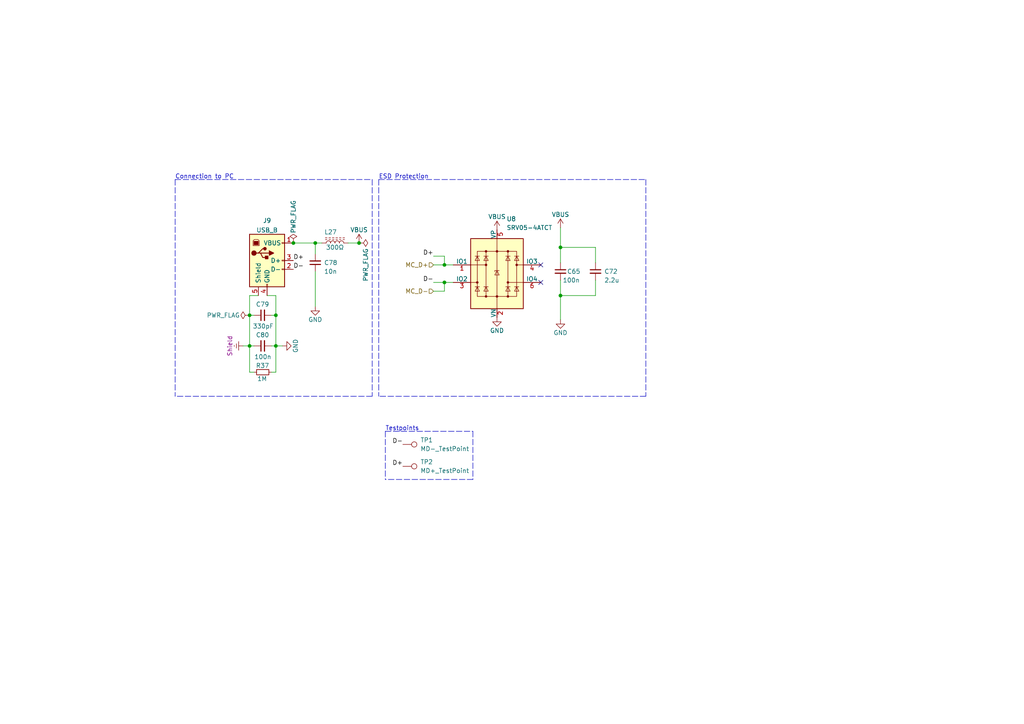
<source format=kicad_sch>
(kicad_sch (version 20211123) (generator eeschema)
  (paper "A4")
  (title_block (title "LumenPnP Motherboard") (date "2022-10-06") (rev "04A") (company "Opulo.io") (comment 1 "Reengineered by Magpie"))
  (lib_symbols
    (symbol "Connector:TestPoint" (pin_numbers hide) (pin_names (offset 0.762) hide)
      (property "Reference" "TP" (at 0 6.858 0))
      (property "Value" "TestPoint" (at 0 5.08 0))
      (symbol "TestPoint_0_1"
        (circle (center 0 3.302) (radius 0.762))
      )
      (symbol "TestPoint_1_1"
        (pin passive line (at 0 0 90) (length 2.54) (name "1") (number "1"))
      )
    )
    (symbol "Connector:USB_B" (pin_names (offset 1.016))
      (property "Reference" "J" (at -5.08 11.43 0))
      (property "Value" "USB_B" (at -5.08 8.89 0))
      (symbol "USB_B_0_1"
        (rectangle (start -5.08 -7.62) (end 5.08 7.62) (stroke (width 0.254)) (fill (type background)))
        (circle (center -3.81 2.159) (radius 0.635) (stroke (width 0.254)) (fill (type outline)))
        (rectangle (start -3.81 5.588) (end -2.54 4.572) (fill (type outline)))
        (circle (center -0.635 3.429) (radius 0.381) (stroke (width 0.254)) (fill (type outline)))
        (rectangle (start -0.127 -7.62) (end 0.127 -6.858))
        (polyline (pts (xy -1.905 2.159) (xy 0.635 2.159)) (stroke (width 0.254)))
        (polyline (pts (xy -3.175 2.159) (xy -2.54 2.159) (xy -1.27 3.429) (xy -0.635 3.429)) (stroke (width 0.254)))
        (polyline (pts (xy -2.54 2.159) (xy -1.905 2.159) (xy -1.27 0.889) (xy 0 0.889)) (stroke (width 0.254)))
        (polyline (pts (xy 0.635 2.794) (xy 0.635 1.524) (xy 1.905 2.159) (xy 0.635 2.794)) (stroke (width 0.254)) (fill (type outline)))
        (polyline (pts (xy -4.064 4.318) (xy -2.286 4.318) (xy -2.286 5.715) (xy -2.667 6.096) (xy -3.683 6.096) (xy -4.064 5.715) (xy -4.064 4.318)))
        (rectangle (start 0.254 1.27) (end -0.508 0.508) (stroke (width 0.254)) (fill (type outline)))
        (rectangle (start 5.08 -2.667) (end 4.318 -2.413))
        (rectangle (start 5.08 -0.127) (end 4.318 0.127))
        (rectangle (start 5.08 4.953) (end 4.318 5.207))
      )
      (symbol "USB_B_1_1"
        (pin power_out line (at 7.62 5.08 180) (length 2.54) (name "VBUS") (number "1"))
        (pin bidirectional line (at 7.62 -2.54 180) (length 2.54) (name "D-") (number "2"))
        (pin bidirectional line (at 7.62 0 180) (length 2.54) (name "D+") (number "3"))
        (pin passive line (at 0 -10.16 90) (length 2.54) (name "GND") (number "4"))
        (pin passive line (at -2.54 -10.16 90) (length 2.54) (name "Shield") (number "5"))
      )
    )
    (symbol "Device:300Ω" (pin_numbers hide) (pin_names (offset 1.016) hide)
      (property "Reference" "L?" (at 0 5.3635 90))
      (property "Value" "300Ω" (at 0 2.5884 90))
      (symbol "300Ω_0_1"
        (arc (start 0 -2.54) (mid 0.635 -1.905) (end 0 -1.27))
        (arc (start 0 -1.27) (mid 0.635 -0.635) (end 0 0))
        (polyline (pts (xy 1.016 -2.794) (xy 1.016 -2.286)))
        (polyline (pts (xy 1.016 -1.778) (xy 1.016 -1.27)))
        (polyline (pts (xy 1.016 -0.762) (xy 1.016 -0.254)))
        (polyline (pts (xy 1.016 0.254) (xy 1.016 0.762)))
        (polyline (pts (xy 1.016 1.27) (xy 1.016 1.778)))
        (polyline (pts (xy 1.016 2.286) (xy 1.016 2.794)))
        (polyline (pts (xy 1.524 -2.286) (xy 1.524 -2.794)))
        (polyline (pts (xy 1.524 -1.27) (xy 1.524 -1.778)))
        (polyline (pts (xy 1.524 -0.254) (xy 1.524 -0.762)))
        (polyline (pts (xy 1.524 0.762) (xy 1.524 0.254)))
        (polyline (pts (xy 1.524 1.778) (xy 1.524 1.27)))
        (polyline (pts (xy 1.524 2.794) (xy 1.524 2.286)))
        (arc (start 0 0) (mid 0.635 0.635) (end 0 1.27))
        (arc (start 0 1.27) (mid 0.635 1.905) (end 0 2.54))
      )
      (symbol "300Ω_1_1"
        (pin passive line (at 0 3.81 270) (length 1.27) (name "1") (number "1"))
        (pin passive line (at 0 -3.81 90) (length 1.27) (name "2") (number "2"))
      )
    )
    (symbol "Device:C_Small" (pin_numbers hide) (pin_names (offset 0.254) hide)
      (property "Reference" "C" (at 0.254 1.778 0))
      (property "Value" "C_Small" (at 0.254 -2.032 0))
      (symbol "C_Small_0_1"
        (polyline (pts (xy -1.524 -0.508) (xy 1.524 -0.508)) (stroke (width 0.3302)))
        (polyline (pts (xy -1.524 0.508) (xy 1.524 0.508)) (stroke (width 0.3048)))
      )
      (symbol "C_Small_1_1"
        (pin passive line (at 0 2.54 270) (length 2.032) (name "~") (number "1"))
        (pin passive line (at 0 -2.54 90) (length 2.032) (name "~") (number "2"))
      )
    )
    (symbol "Device:R_Small" (pin_numbers hide) (pin_names (offset 0.254) hide)
      (property "Reference" "R" (at 0.762 0.508 0))
      (property "Value" "R_Small" (at 0.762 -1.016 0))
      (symbol "R_Small_0_1"
        (rectangle (start -0.762 1.778) (end 0.762 -1.778) (stroke (width 0.2032)))
      )
      (symbol "R_Small_1_1"
        (pin passive line (at 0 2.54 270) (length 0.762) (name "~") (number "1"))
        (pin passive line (at 0 -2.54 90) (length 0.762) (name "~") (number "2"))
      )
    )
    (symbol "PWR_FLAG_1" (power) (pin_numbers hide) (pin_names (offset 0) hide)
      (property "Value" "PWR_FLAG_1" (at 0 7.62 90))
      (symbol "PWR_FLAG_1_0_0"
        (pin power_in line (at 0 0 90) (length 0) (name "pwr") (number "1"))
      )
      (symbol "PWR_FLAG_1_0_1"
        (polyline (pts (xy 0 0) (xy 0 1.27) (xy -1.016 1.905) (xy 0 2.54) (xy 1.016 1.905) (xy 0 1.27)))
      )
    )
    (symbol "Power_Protection:SRV05-4" (pin_names (offset 0))
      (property "Reference" "U" (at -5.08 11.43 0))
      (property "Value" "SRV05-4" (at 2.54 11.43 0))
      (symbol "SRV05-4_0_0"
        (rectangle (start -5.715 6.477) (end 5.715 -6.604))
        (polyline (pts (xy -3.175 -6.604) (xy -3.175 6.477)))
        (polyline (pts (xy 3.175 6.477) (xy 3.175 -6.604)))
      )
      (symbol "SRV05-4_0_1"
        (rectangle (start -7.62 10.16) (end 7.62 -10.16) (stroke (width 0.254)) (fill (type background)))
        (circle (center -5.715 -2.54) (radius 0.2794) (fill (type outline)))
        (circle (center -3.175 -6.604) (radius 0.2794) (fill (type outline)))
        (circle (center -3.175 2.54) (radius 0.2794) (fill (type outline)))
        (circle (center -3.175 6.477) (radius 0.2794) (fill (type outline)))
        (circle (center 0 -6.604) (radius 0.2794) (fill (type outline)))
        (polyline (pts (xy -7.747 2.54) (xy -3.175 2.54)))
        (polyline (pts (xy -7.62 -2.54) (xy -5.715 -2.54)))
        (polyline (pts (xy -5.08 -3.81) (xy -6.35 -3.81)))
        (polyline (pts (xy -5.08 5.08) (xy -6.35 5.08)))
        (polyline (pts (xy -2.54 -3.81) (xy -3.81 -3.81)))
        (polyline (pts (xy -2.54 5.08) (xy -3.81 5.08)))
        (polyline (pts (xy 0 10.16) (xy 0 -10.16)))
        (polyline (pts (xy 3.81 -3.81) (xy 2.54 -3.81)))
        (polyline (pts (xy 3.81 5.08) (xy 2.54 5.08)))
        (polyline (pts (xy 6.35 -3.81) (xy 5.08 -3.81)))
        (polyline (pts (xy 6.35 5.08) (xy 5.08 5.08)))
        (polyline (pts (xy 7.62 -2.54) (xy 3.175 -2.54)))
        (polyline (pts (xy 7.62 2.54) (xy 5.715 2.54)))
        (polyline (pts (xy 0.635 0.889) (xy -0.635 0.889) (xy -0.635 0.635)))
        (polyline (pts (xy -5.08 -5.08) (xy -6.35 -5.08) (xy -5.715 -3.81) (xy -5.08 -5.08)))
        (polyline (pts (xy -5.08 3.81) (xy -6.35 3.81) (xy -5.715 5.08) (xy -5.08 3.81)))
        (polyline (pts (xy -2.54 -5.08) (xy -3.81 -5.08) (xy -3.175 -3.81) (xy -2.54 -5.08)))
        (polyline (pts (xy -2.54 3.81) (xy -3.81 3.81) (xy -3.175 5.08) (xy -2.54 3.81)))
        (polyline (pts (xy 0.635 -0.381) (xy -0.635 -0.381) (xy 0 0.889) (xy 0.635 -0.381)))
        (polyline (pts (xy 3.81 -5.08) (xy 2.54 -5.08) (xy 3.175 -3.81) (xy 3.81 -5.08)))
        (polyline (pts (xy 3.81 3.81) (xy 2.54 3.81) (xy 3.175 5.08) (xy 3.81 3.81)))
        (polyline (pts (xy 6.35 -5.08) (xy 5.08 -5.08) (xy 5.715 -3.81) (xy 6.35 -5.08)))
        (polyline (pts (xy 6.35 3.81) (xy 5.08 3.81) (xy 5.715 5.08) (xy 6.35 3.81)))
        (circle (center 0 6.477) (radius 0.2794) (fill (type outline)))
        (circle (center 3.175 -6.604) (radius 0.2794) (fill (type outline)))
        (circle (center 3.175 -2.54) (radius 0.2794) (fill (type outline)))
        (circle (center 3.175 6.477) (radius 0.2794) (fill (type outline)))
        (circle (center 5.715 2.54) (radius 0.2794) (fill (type outline)))
      )
      (symbol "SRV05-4_1_1"
        (pin passive line (at -12.7 2.54 0) (length 5.08) (name "IO1") (number "1"))
        (pin passive line (at 0 -12.7 90) (length 2.54) (name "VN") (number "2"))
        (pin passive line (at -12.7 -2.54 0) (length 5.08) (name "IO2") (number "3"))
        (pin passive line (at 12.7 2.54 180) (length 5.08) (name "IO3") (number "4"))
        (pin passive line (at 0 12.7 270) (length 2.54) (name "VP") (number "5"))
        (pin passive line (at 12.7 -2.54 180) (length 5.08) (name "IO4") (number "6"))
      )
    )
    (symbol "power:Earth" (power) (pin_names (offset 0))
      (symbol "Earth_0_1"
        (polyline (pts (xy -0.635 -1.905) (xy 0.635 -1.905)))
        (polyline (pts (xy -0.127 -2.54) (xy 0.127 -2.54)))
        (polyline (pts (xy 0 -1.27) (xy 0 0)))
        (polyline (pts (xy 1.27 -1.27) (xy -1.27 -1.27)))
      )
      (symbol "Earth_1_1"
        (pin power_in line (at 0 0 270) (length 0) hide (name "Earth") (number "1"))
      )
    )
    (symbol "power:GND" (power) (pin_names (offset 0))
      (property "Value" "GND" (at 0 -3.81 0))
      (symbol "GND_0_1"
        (polyline (pts (xy 0 0) (xy 0 -1.27) (xy 1.27 -1.27) (xy 0 -2.54) (xy -1.27 -1.27) (xy 0 -1.27)))
      )
      (symbol "GND_1_1"
        (pin power_in line (at 0 0 270) (length 0) hide (name "GND") (number "1"))
      )
    )
    (symbol "power:PWR_FLAG" (power) (pin_numbers hide) (pin_names (offset 0) hide)
      (property "Value" "PWR_FLAG" (at 0 3.81 0))
      (symbol "PWR_FLAG_0_0"
        (pin power_out line (at 0 0 90) (length 0) (name "pwr") (number "1"))
      )
      (symbol "PWR_FLAG_0_1"
        (polyline (pts (xy 0 0) (xy 0 1.27) (xy -1.016 1.905) (xy 0 2.54) (xy 1.016 1.905) (xy 0 1.27)))
      )
    )
    (symbol "power:VBUS" (power) (pin_names (offset 0))
      (property "Value" "VBUS" (at 0 3.81 0))
      (symbol "VBUS_0_1"
        (polyline (pts (xy -0.762 1.27) (xy 0 2.54)))
        (polyline (pts (xy 0 0) (xy 0 2.54)))
        (polyline (pts (xy 0 2.54) (xy 0.762 1.27)))
      )
      (symbol "VBUS_1_1"
        (pin power_in line (at 0 0 90) (length 0) hide (name "VBUS") (number "1"))
      )
    )
  )
  (junction (at 128.905 76.835))
  (junction (at 162.56 85.725))
  (junction (at 104.14 70.485))
  (junction (at 72.39 100.33))
  (junction (at 80.01 100.33))
  (junction (at 91.44 70.485))
  (junction (at 85.09 70.485))
  (junction (at 162.56 71.755))
  (junction (at 128.905 81.915))
  (junction (at 72.39 91.44))
  (junction (at 80.01 91.44))
  (no_connect (at 156.845 76.835))
  (no_connect (at 156.845 81.915))
  (wire (pts (xy 74.93 85.725) (xy 72.39 85.725)))
  (wire (pts (xy 80.01 107.95) (xy 78.74 107.95)))
  (wire (pts (xy 162.56 66.04) (xy 162.56 71.755)))
  (wire (pts (xy 162.56 85.725) (xy 162.56 81.28)))
  (polyline (pts (xy 107.95 52.07) (xy 107.95 114.935)))
  (wire (pts (xy 72.39 85.725) (xy 72.39 91.44)))
  (wire (pts (xy 125.73 81.915) (xy 128.905 81.915)))
  (wire (pts (xy 91.44 70.485) (xy 93.345 70.485)))
  (wire (pts (xy 125.73 84.455) (xy 128.905 84.455)))
  (polyline (pts (xy 109.855 52.07) (xy 109.855 114.935)))
  (polyline (pts (xy 111.76 125.095) (xy 111.76 139.065)))
  (wire (pts (xy 162.56 71.755) (xy 172.72 71.755)))
  (wire (pts (xy 172.72 85.725) (xy 162.56 85.725)))
  (wire (pts (xy 91.44 70.485) (xy 91.44 73.66)))
  (wire (pts (xy 128.905 74.295) (xy 128.905 76.835)))
  (wire (pts (xy 162.56 71.755) (xy 162.56 76.2)))
  (wire (pts (xy 72.39 100.33) (xy 72.39 107.95)))
  (wire (pts (xy 128.905 81.915) (xy 131.445 81.915)))
  (wire (pts (xy 70.485 100.33) (xy 72.39 100.33)))
  (wire (pts (xy 125.73 74.295) (xy 128.905 74.295)))
  (polyline (pts (xy 50.8 52.07) (xy 50.8 114.935)))
  (wire (pts (xy 128.905 84.455) (xy 128.905 81.915)))
  (polyline (pts (xy 137.16 125.095) (xy 137.16 139.065)))
  (wire (pts (xy 72.39 91.44) (xy 73.66 91.44)))
  (wire (pts (xy 80.01 91.44) (xy 80.01 85.725)))
  (wire (pts (xy 85.09 70.485) (xy 91.44 70.485)))
  (wire (pts (xy 72.39 91.44) (xy 72.39 100.33)))
  (polyline (pts (xy 111.76 125.095) (xy 137.16 125.095)))
  (wire (pts (xy 104.14 70.485) (xy 100.965 70.485)))
  (polyline (pts (xy 107.95 114.935) (xy 50.8 114.935)))
  (wire (pts (xy 172.72 81.28) (xy 172.72 85.725)))
  (wire (pts (xy 81.915 100.33) (xy 80.01 100.33)))
  (polyline (pts (xy 187.325 114.935) (xy 109.855 114.935)))
  (wire (pts (xy 80.01 91.44) (xy 78.74 91.44)))
  (wire (pts (xy 80.01 100.33) (xy 80.01 107.95)))
  (wire (pts (xy 80.01 85.725) (xy 77.47 85.725)))
  (wire (pts (xy 128.905 76.835) (xy 131.445 76.835)))
  (polyline (pts (xy 50.8 52.07) (xy 107.95 52.07)))
  (wire (pts (xy 80.01 100.33) (xy 78.74 100.33)))
  (wire (pts (xy 125.73 76.835) (xy 128.905 76.835)))
  (polyline (pts (xy 109.855 52.07) (xy 187.325 52.07)))
  (wire (pts (xy 72.39 107.95) (xy 73.66 107.95)))
  (polyline (pts (xy 187.325 52.07) (xy 187.325 114.935)))
  (wire (pts (xy 162.56 92.71) (xy 162.56 85.725)))
  (wire (pts (xy 172.72 76.2) (xy 172.72 71.755)))
  (wire (pts (xy 72.39 100.33) (xy 73.66 100.33)))
  (wire (pts (xy 91.44 88.9) (xy 91.44 78.74)))
  (wire (pts (xy 80.01 100.33) (xy 80.01 91.44)))
  (polyline (pts (xy 137.16 139.065) (xy 111.76 139.065)))
  (text "ESD Protection" (at 109.855 52.07 0) (effects (font (size 1.27 1.27)) (justify left bottom)))
  (text "Testpoints" (at 111.76 125.095 0) (effects (font (size 1.27 1.27)) (justify left bottom)))
  (text "Connection to PC" (at 50.8 52.07 0) (effects (font (size 1.27 1.27)) (justify left bottom)))
  (label "D-" (at 125.73 81.915 180))
  (label "D+" (at 125.73 74.295 180))
  (label "D+" (at 116.84 135.255 180))
  (label "D-" (at 85.09 78.105 0))
  (label "D+" (at 85.09 75.565 0))
  (label "D-" (at 116.84 128.905 180))
  (hierarchical_label "MC_D+" (shape input) (at 125.73 76.835 180))
  (hierarchical_label "MC_D-" (shape input) (at 125.73 84.455 180))
  (symbol (lib_id "Connector:TestPoint") (at 116.84 128.905 270) (unit 1)
    (property "Reference" "TP1" (at 121.92 127.635 90) (effects (justify left)))
    (property "Value" "MD-_TestPoint" (at 121.92 130.175 90) (effects (justify left)))
    (property "Footprint" "TestPoint:TestPoint_Pad_D2.0mm" (effects hide))
    (property "Mouser" "-" (effects hide))
  )
  (symbol (lib_id "Connector:TestPoint") (at 116.84 135.255 270) (unit 1)
    (property "Reference" "TP2" (at 121.92 133.985 90) (effects (justify left)))
    (property "Value" "MD+_TestPoint" (at 121.92 136.525 90) (effects (justify left)))
    (property "Footprint" "TestPoint:TestPoint_Pad_D2.0mm" (effects hide))
    (property "Mouser" "-" (effects hide))
  )
  (symbol (lib_id "power:VBUS") (at 162.56 66.04 0) (unit 1)
    (property "Reference" "#PWR03" (effects hide))
    (property "Value" "VBUS" (at 162.56 62.23 0))
  )
  (symbol (lib_id "power:GND") (at 81.915 100.33 90) (mirror x) (unit 1)
    (property "Reference" "#PWR0136" (effects hide))
    (property "Value" "GND" (at 85.725 100.33 0))
  )
  (symbol (lib_id "power:GND") (at 162.56 92.71 0) (mirror y) (unit 1)
    (property "Reference" "#PWR05" (effects hide))
    (property "Value" "GND" (at 162.56 96.52 0))
  )
  (symbol (lib_id "Device:C_Small") (at 162.56 78.74 0) (unit 1)
    (property "Reference" "C65" (at 164.465 78.74 0) (effects (justify left)))
    (property "Value" "100n" (at 163.195 81.28 0) (effects (justify left)))
    (property "Footprint" "Capacitor_SMD:C_0805_2012Metric" (effects hide))
    (property "Mouser" "710-885012207098" (effects hide))
  )
  (symbol (lib_id "Power_Protection:SRV05-4") (at 144.145 79.375 0) (unit 1)
    (property "Reference" "U8" (at 146.9137 63.5 0) (effects (justify left)))
    (property "Value" "SRV05-4ATCT" (at 146.9137 66.04 0) (effects (justify left)))
    (property "Footprint" "Package_TO_SOT_SMD:SOT-23-6" (effects hide))
    (property "Datasheet" "http://www.onsemi.com/pub/Collateral/SRV05-4-D.PDF" (effects hide))
    (property "Mouser" "947-SRV05-4ATCT" (effects hide))
  )
  (symbol (lib_id "Device:C_Small") (at 172.72 78.74 0) (unit 1)
    (property "Reference" "C72" (at 175.26 78.74 0) (effects (justify left)))
    (property "Value" "2.2u" (at 175.26 81.28 0) (effects (justify left)))
    (property "Footprint" "Capacitor_SMD:C_0805_2012Metric" (effects hide))
    (property "Mouser" "810-C2012X5R1H225K" (effects hide))
  )
  (symbol (lib_id "power:GND") (at 144.145 92.075 0) (mirror y) (unit 1)
    (property "Reference" "#PWR0140" (effects hide))
    (property "Value" "GND" (at 144.145 95.885 0))
  )
  (symbol (lib_name "PWR_FLAG_1") (lib_id "power:PWR_FLAG") (at 85.09 70.485 0) (unit 1)
    (property "Reference" "#FLG07" (effects hide))
    (property "Value" "PWR_FLAG" (at 85.09 62.865 90))
  )
  (symbol (lib_id "power:GND") (at 91.44 88.9 0) (mirror y) (unit 1)
    (property "Reference" "#PWR039" (effects hide))
    (property "Value" "GND" (at 91.44 92.71 0))
  )
  (symbol (lib_id "Device:R_Small") (at 76.2 107.95 90) (unit 1)
    (property "Reference" "R37" (at 78.105 106.045 90) (effects (justify left)))
    (property "Value" "1M" (at 77.47 109.855 90) (effects (justify left)))
    (property "Footprint" "Resistor_SMD:R_0805_2012Metric" (effects hide))
    (property "Mouser" "71-CRCW08051M00FKEAC" (effects hide))
  )
  (symbol (lib_id "Device:C_Small") (at 91.44 76.2 180) (unit 1)
    (property "Reference" "C78" (at 93.98 76.2 0) (effects (justify right)))
    (property "Value" "10n" (at 93.98 78.74 0) (effects (justify right)))
    (property "Footprint" "Capacitor_SMD:C_0805_2012Metric" (effects hide))
    (property "Digikey" "1276-1015-1-ND" (effects hide))
    (property "Mouser" "187-CL21B103KBANNNC" (effects hide))
  )
  (symbol (lib_id "power:PWR_FLAG") (at 104.14 70.485 270) (unit 1)
    (property "Reference" "#FLG09" (effects hide))
    (property "Value" "PWR_FLAG" (at 106.045 76.835 0))
  )
  (symbol (lib_id "Device:C_Small") (at 76.2 91.44 90) (unit 1)
    (property "Reference" "C79" (at 78.105 88.265 90) (effects (justify left)))
    (property "Value" "330pF" (at 79.375 94.615 90) (effects (justify left)))
    (property "Footprint" "Capacitor_SMD:C_0805_2012Metric" (effects hide))
    (property "Mouser" "80-C0805C331K5RAC" (effects hide))
    (property "Tolerance" "10%" (effects hide))
    (property "Voltage" "50V" (effects hide))
  )
  (symbol (lib_id "power:VBUS") (at 104.14 70.485 0) (unit 1)
    (property "Reference" "#PWR0138" (effects hide))
    (property "Value" "VBUS" (at 104.14 66.675 0))
  )
  (symbol (lib_id "power:Earth") (at 70.485 100.33 270) (unit 1)
    (property "Reference" "#PWR040" (effects hide))
    (property "Value" "Earth" (effects hide))
    (property "Name" "Shield" (at 66.675 100.33 0))
  )
  (symbol (lib_id "Connector:USB_B") (at 77.47 75.565 0) (unit 1)
    (property "Reference" "J9" (at 77.47 63.9785 0))
    (property "Value" "USB_B" (at 77.47 66.7536 0))
    (property "Footprint" "Connector_USB:USB_B_Lumberg_2411_02_Horizontal" (effects hide))
    (property "Datasheet" " ~" (effects hide))
    (property "Mouser" "710-61400416121" (effects hide))
  )
  (symbol (lib_id "Device:C_Small") (at 76.2 100.33 90) (unit 1)
    (property "Reference" "C80" (at 78.105 97.155 90) (effects (justify left)))
    (property "Value" "100n" (at 78.74 103.505 90) (effects (justify left)))
    (property "Footprint" "Capacitor_SMD:C_0805_2012Metric" (effects hide))
    (property "Mouser" "710-885012207098" (effects hide))
  )
  (symbol (lib_id "power:PWR_FLAG") (at 72.39 91.44 90) (unit 1)
    (property "Reference" "#FLG04" (effects hide))
    (property "Value" "PWR_FLAG" (at 64.77 91.44 90))
  )
  (symbol (lib_id "Device:300Ω") (at 97.155 70.485 90) (unit 1)
    (property "Reference" "L27" (at 95.885 67.31 90))
    (property "Value" "300Ω" (at 97.155 71.755 90))
    (property "Footprint" "Inductor_SMD:L_0805_2012Metric" (effects hide))
    (property "Max. Current" "3A" (effects hide))
    (property "Manufacturer" "Wurth Electronics" (effects hide))
    (property "Manufacturer PartNumber" "742792031" (effects hide))
    (property "Mouser" "710-742792031" (effects hide))
  )
  (symbol (lib_id "power:VBUS") (at 144.145 66.675 0) (unit 1)
    (property "Reference" "#PWR0139" (effects hide))
    (property "Value" "VBUS" (at 144.145 62.865 0))
  )
)
</source>
